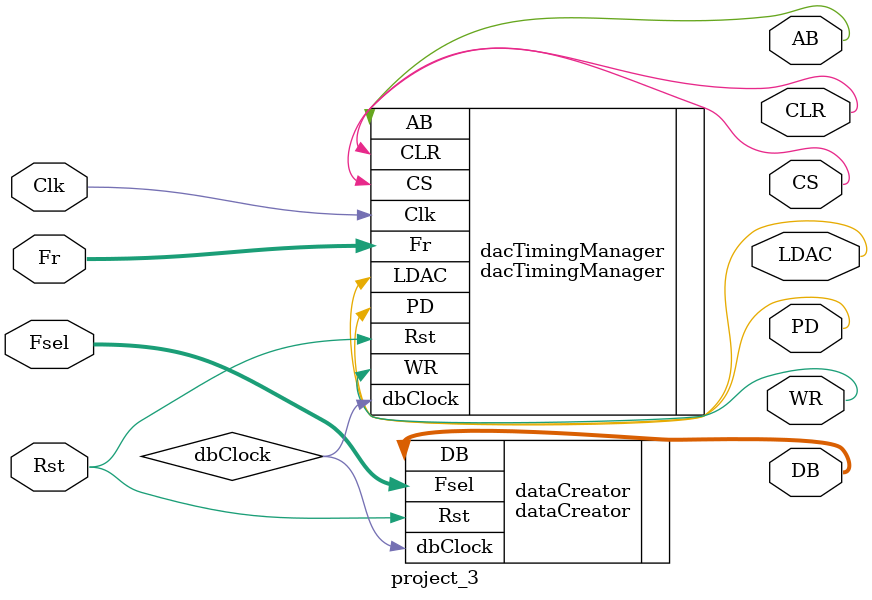
<source format=v>
`timescale 1ns / 1ps


module project_3(
    input Clk,
    input Rst,
    input [1:0] Fsel,
    input [2:0] Fr, 
    output [7:0] DB,
    output CS,
    output WR,
    output AB,
    output PD,
    output LDAC,
    output CLR
    );

    wire dbClock;

    dacTimingManager dacTimingManager(.Clk(Clk), .Rst(Rst), .Fr(Fr), .CS(CS), .WR(WR), .AB(AB), .PD(PD), .LDAC(LDAC), .CLR(CLR), .dbClock(dbClock));
    dataCreator dataCreator(.Rst(Rst), .Fsel(Fsel), .DB(DB), .dbClock(dbClock));
             
endmodule
</source>
